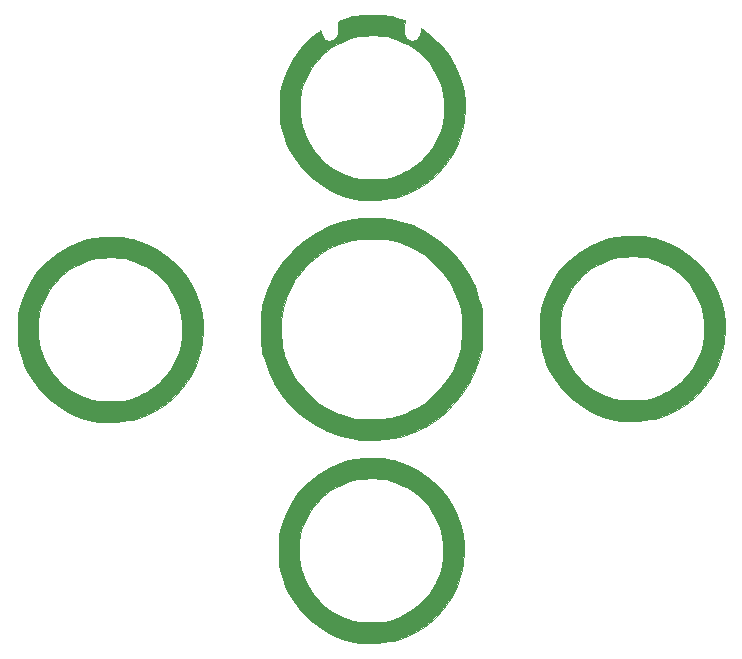
<source format=gbr>
G04 #@! TF.GenerationSoftware,KiCad,Pcbnew,(5.0.1-3-g963ef8bb5)*
G04 #@! TF.CreationDate,2018-12-04T11:01:34+00:00*
G04 #@! TF.ProjectId,invitation,696E7669746174696F6E2E6B69636164,rev?*
G04 #@! TF.SameCoordinates,Original*
G04 #@! TF.FileFunction,Legend,Top*
G04 #@! TF.FilePolarity,Positive*
%FSLAX46Y46*%
G04 Gerber Fmt 4.6, Leading zero omitted, Abs format (unit mm)*
G04 Created by KiCad (PCBNEW (5.0.1-3-g963ef8bb5)) date Tuesday, 04 December 2018 at 11:01:34*
%MOMM*%
%LPD*%
G01*
G04 APERTURE LIST*
%ADD10C,0.010000*%
G04 APERTURE END LIST*
D10*
G04 #@! TO.C,G\002A\002A\002A*
G36*
X162437000Y-73215082D02*
X162980605Y-73222205D01*
X163400328Y-73240313D01*
X163741503Y-73274162D01*
X164049466Y-73328506D01*
X164369552Y-73408101D01*
X164425513Y-73423664D01*
X165144027Y-73625666D01*
X165117372Y-74261971D01*
X165110335Y-74610067D01*
X165130521Y-74840150D01*
X165186601Y-75002520D01*
X165265352Y-75120290D01*
X165519182Y-75335011D01*
X165800358Y-75406110D01*
X166076121Y-75348273D01*
X166313711Y-75176185D01*
X166480368Y-74904529D01*
X166543333Y-74547992D01*
X166543333Y-74337198D01*
X166945500Y-74610917D01*
X167325239Y-74905990D01*
X167754249Y-75297843D01*
X168188819Y-75741737D01*
X168585234Y-76192933D01*
X168899782Y-76606693D01*
X168909491Y-76621013D01*
X169445903Y-77551692D01*
X169867455Y-78570662D01*
X170024855Y-79086709D01*
X170150061Y-79725788D01*
X170219037Y-80466013D01*
X170231785Y-81248808D01*
X170188304Y-82015594D01*
X170088593Y-82707794D01*
X170024855Y-82981290D01*
X169645087Y-84078866D01*
X169125244Y-85092712D01*
X168476367Y-86011798D01*
X167709499Y-86825096D01*
X166835679Y-87521578D01*
X165865950Y-88090217D01*
X164811353Y-88519983D01*
X164341957Y-88657413D01*
X163933423Y-88739815D01*
X163424346Y-88807336D01*
X162865846Y-88856656D01*
X162309041Y-88884455D01*
X161805051Y-88887413D01*
X161404994Y-88862211D01*
X161336333Y-88852611D01*
X160186404Y-88587156D01*
X159111272Y-88176009D01*
X158121437Y-87628550D01*
X157227394Y-86954156D01*
X156439641Y-86162205D01*
X155768675Y-85262077D01*
X155224995Y-84263149D01*
X154819096Y-83174799D01*
X154764478Y-82981290D01*
X154681314Y-82640809D01*
X154625090Y-82316570D01*
X154591062Y-81960926D01*
X154574484Y-81526233D01*
X154570564Y-81034000D01*
X154570564Y-81033999D01*
X156298666Y-81033999D01*
X156311168Y-81653629D01*
X156356941Y-82160782D01*
X156448386Y-82611024D01*
X156597903Y-83059921D01*
X156817895Y-83563037D01*
X156902254Y-83738523D01*
X157117318Y-84160454D01*
X157314852Y-84491404D01*
X157534126Y-84785872D01*
X157814411Y-85098358D01*
X158069801Y-85358864D01*
X158427501Y-85705541D01*
X158728920Y-85963686D01*
X159028746Y-86172676D01*
X159381664Y-86371889D01*
X159695685Y-86529588D01*
X160089979Y-86712641D01*
X160469203Y-86872055D01*
X160785151Y-86988468D01*
X160960875Y-87037804D01*
X161282021Y-87078789D01*
X161720248Y-87105409D01*
X162223906Y-87117550D01*
X162741344Y-87115101D01*
X163220911Y-87097949D01*
X163610958Y-87065981D01*
X163758943Y-87043903D01*
X164025349Y-86970049D01*
X164388465Y-86837801D01*
X164795175Y-86667669D01*
X165099190Y-86526411D01*
X165521120Y-86311348D01*
X165852070Y-86113814D01*
X166146539Y-85894540D01*
X166459025Y-85614255D01*
X166719531Y-85358864D01*
X167066387Y-85000954D01*
X167324563Y-84699462D01*
X167533329Y-84399889D01*
X167731954Y-84047736D01*
X167887078Y-83738523D01*
X168131410Y-83207346D01*
X168301428Y-82747597D01*
X168409532Y-82303711D01*
X168468124Y-81820123D01*
X168489604Y-81241267D01*
X168490666Y-81034000D01*
X168478164Y-80414370D01*
X168432392Y-79907217D01*
X168340947Y-79456975D01*
X168191429Y-79008078D01*
X167971437Y-78504962D01*
X167887078Y-78329476D01*
X167672015Y-77907545D01*
X167474481Y-77576595D01*
X167255206Y-77282127D01*
X166974921Y-76969641D01*
X166719531Y-76709135D01*
X166361621Y-76362279D01*
X166060129Y-76104103D01*
X165760556Y-75895337D01*
X165408402Y-75696712D01*
X165099190Y-75541588D01*
X164568012Y-75297256D01*
X164108264Y-75127238D01*
X163664378Y-75019134D01*
X163180790Y-74960542D01*
X162601933Y-74939062D01*
X162394666Y-74937999D01*
X161775036Y-74950501D01*
X161267883Y-74996274D01*
X160817642Y-75087719D01*
X160368745Y-75237237D01*
X159865628Y-75457228D01*
X159690143Y-75541588D01*
X159268212Y-75756651D01*
X158937262Y-75954185D01*
X158642794Y-76173459D01*
X158330308Y-76453744D01*
X158069801Y-76709135D01*
X157722945Y-77067045D01*
X157464769Y-77368537D01*
X157256004Y-77668110D01*
X157057378Y-78020263D01*
X156902254Y-78329476D01*
X156657922Y-78860653D01*
X156487904Y-79320402D01*
X156379800Y-79764288D01*
X156321209Y-80247876D01*
X156299728Y-80826732D01*
X156298666Y-81033999D01*
X154570564Y-81033999D01*
X154575595Y-80488816D01*
X154593853Y-80065108D01*
X154630082Y-79715230D01*
X154689026Y-79391535D01*
X154764478Y-79086709D01*
X155148081Y-77974675D01*
X155674162Y-76948896D01*
X156337064Y-76018243D01*
X157131133Y-75191587D01*
X157390255Y-74968353D01*
X157648008Y-74761132D01*
X157856407Y-74603586D01*
X157981382Y-74521103D01*
X157999051Y-74514666D01*
X158051426Y-74588590D01*
X158105244Y-74770856D01*
X158114171Y-74815038D01*
X158232189Y-75100136D01*
X158441094Y-75282554D01*
X158757192Y-75402199D01*
X159051244Y-75354538D01*
X159327931Y-75138797D01*
X159330826Y-75135565D01*
X159436343Y-74994046D01*
X159492749Y-74834044D01*
X159511664Y-74602192D01*
X159507459Y-74324378D01*
X159499659Y-74043777D01*
X159515564Y-73850473D01*
X159581737Y-73718459D01*
X159724741Y-73621727D01*
X159971139Y-73534268D01*
X160347495Y-73430075D01*
X160448751Y-73402762D01*
X160772858Y-73322436D01*
X161076110Y-73267719D01*
X161403667Y-73234348D01*
X161800692Y-73218059D01*
X162312346Y-73214589D01*
X162437000Y-73215082D01*
X162437000Y-73215082D01*
G37*
X162437000Y-73215082D02*
X162980605Y-73222205D01*
X163400328Y-73240313D01*
X163741503Y-73274162D01*
X164049466Y-73328506D01*
X164369552Y-73408101D01*
X164425513Y-73423664D01*
X165144027Y-73625666D01*
X165117372Y-74261971D01*
X165110335Y-74610067D01*
X165130521Y-74840150D01*
X165186601Y-75002520D01*
X165265352Y-75120290D01*
X165519182Y-75335011D01*
X165800358Y-75406110D01*
X166076121Y-75348273D01*
X166313711Y-75176185D01*
X166480368Y-74904529D01*
X166543333Y-74547992D01*
X166543333Y-74337198D01*
X166945500Y-74610917D01*
X167325239Y-74905990D01*
X167754249Y-75297843D01*
X168188819Y-75741737D01*
X168585234Y-76192933D01*
X168899782Y-76606693D01*
X168909491Y-76621013D01*
X169445903Y-77551692D01*
X169867455Y-78570662D01*
X170024855Y-79086709D01*
X170150061Y-79725788D01*
X170219037Y-80466013D01*
X170231785Y-81248808D01*
X170188304Y-82015594D01*
X170088593Y-82707794D01*
X170024855Y-82981290D01*
X169645087Y-84078866D01*
X169125244Y-85092712D01*
X168476367Y-86011798D01*
X167709499Y-86825096D01*
X166835679Y-87521578D01*
X165865950Y-88090217D01*
X164811353Y-88519983D01*
X164341957Y-88657413D01*
X163933423Y-88739815D01*
X163424346Y-88807336D01*
X162865846Y-88856656D01*
X162309041Y-88884455D01*
X161805051Y-88887413D01*
X161404994Y-88862211D01*
X161336333Y-88852611D01*
X160186404Y-88587156D01*
X159111272Y-88176009D01*
X158121437Y-87628550D01*
X157227394Y-86954156D01*
X156439641Y-86162205D01*
X155768675Y-85262077D01*
X155224995Y-84263149D01*
X154819096Y-83174799D01*
X154764478Y-82981290D01*
X154681314Y-82640809D01*
X154625090Y-82316570D01*
X154591062Y-81960926D01*
X154574484Y-81526233D01*
X154570564Y-81034000D01*
X154570564Y-81033999D01*
X156298666Y-81033999D01*
X156311168Y-81653629D01*
X156356941Y-82160782D01*
X156448386Y-82611024D01*
X156597903Y-83059921D01*
X156817895Y-83563037D01*
X156902254Y-83738523D01*
X157117318Y-84160454D01*
X157314852Y-84491404D01*
X157534126Y-84785872D01*
X157814411Y-85098358D01*
X158069801Y-85358864D01*
X158427501Y-85705541D01*
X158728920Y-85963686D01*
X159028746Y-86172676D01*
X159381664Y-86371889D01*
X159695685Y-86529588D01*
X160089979Y-86712641D01*
X160469203Y-86872055D01*
X160785151Y-86988468D01*
X160960875Y-87037804D01*
X161282021Y-87078789D01*
X161720248Y-87105409D01*
X162223906Y-87117550D01*
X162741344Y-87115101D01*
X163220911Y-87097949D01*
X163610958Y-87065981D01*
X163758943Y-87043903D01*
X164025349Y-86970049D01*
X164388465Y-86837801D01*
X164795175Y-86667669D01*
X165099190Y-86526411D01*
X165521120Y-86311348D01*
X165852070Y-86113814D01*
X166146539Y-85894540D01*
X166459025Y-85614255D01*
X166719531Y-85358864D01*
X167066387Y-85000954D01*
X167324563Y-84699462D01*
X167533329Y-84399889D01*
X167731954Y-84047736D01*
X167887078Y-83738523D01*
X168131410Y-83207346D01*
X168301428Y-82747597D01*
X168409532Y-82303711D01*
X168468124Y-81820123D01*
X168489604Y-81241267D01*
X168490666Y-81034000D01*
X168478164Y-80414370D01*
X168432392Y-79907217D01*
X168340947Y-79456975D01*
X168191429Y-79008078D01*
X167971437Y-78504962D01*
X167887078Y-78329476D01*
X167672015Y-77907545D01*
X167474481Y-77576595D01*
X167255206Y-77282127D01*
X166974921Y-76969641D01*
X166719531Y-76709135D01*
X166361621Y-76362279D01*
X166060129Y-76104103D01*
X165760556Y-75895337D01*
X165408402Y-75696712D01*
X165099190Y-75541588D01*
X164568012Y-75297256D01*
X164108264Y-75127238D01*
X163664378Y-75019134D01*
X163180790Y-74960542D01*
X162601933Y-74939062D01*
X162394666Y-74937999D01*
X161775036Y-74950501D01*
X161267883Y-74996274D01*
X160817642Y-75087719D01*
X160368745Y-75237237D01*
X159865628Y-75457228D01*
X159690143Y-75541588D01*
X159268212Y-75756651D01*
X158937262Y-75954185D01*
X158642794Y-76173459D01*
X158330308Y-76453744D01*
X158069801Y-76709135D01*
X157722945Y-77067045D01*
X157464769Y-77368537D01*
X157256004Y-77668110D01*
X157057378Y-78020263D01*
X156902254Y-78329476D01*
X156657922Y-78860653D01*
X156487904Y-79320402D01*
X156379800Y-79764288D01*
X156321209Y-80247876D01*
X156299728Y-80826732D01*
X156298666Y-81033999D01*
X154570564Y-81033999D01*
X154575595Y-80488816D01*
X154593853Y-80065108D01*
X154630082Y-79715230D01*
X154689026Y-79391535D01*
X154764478Y-79086709D01*
X155148081Y-77974675D01*
X155674162Y-76948896D01*
X156337064Y-76018243D01*
X157131133Y-75191587D01*
X157390255Y-74968353D01*
X157648008Y-74761132D01*
X157856407Y-74603586D01*
X157981382Y-74521103D01*
X157999051Y-74514666D01*
X158051426Y-74588590D01*
X158105244Y-74770856D01*
X158114171Y-74815038D01*
X158232189Y-75100136D01*
X158441094Y-75282554D01*
X158757192Y-75402199D01*
X159051244Y-75354538D01*
X159327931Y-75138797D01*
X159330826Y-75135565D01*
X159436343Y-74994046D01*
X159492749Y-74834044D01*
X159511664Y-74602192D01*
X159507459Y-74324378D01*
X159499659Y-74043777D01*
X159515564Y-73850473D01*
X159581737Y-73718459D01*
X159724741Y-73621727D01*
X159971139Y-73534268D01*
X160347495Y-73430075D01*
X160448751Y-73402762D01*
X160772858Y-73322436D01*
X161076110Y-73267719D01*
X161403667Y-73234348D01*
X161800692Y-73218059D01*
X162312346Y-73214589D01*
X162437000Y-73215082D01*
G36*
X185389594Y-91951695D02*
X186081794Y-92051406D01*
X186355290Y-92115144D01*
X187460838Y-92497655D01*
X188479722Y-93021085D01*
X189401809Y-93675300D01*
X190216964Y-94450168D01*
X190915055Y-95335554D01*
X191485948Y-96321326D01*
X191919510Y-97397350D01*
X192038188Y-97798042D01*
X192163394Y-98437121D01*
X192232371Y-99177347D01*
X192245118Y-99960142D01*
X192201637Y-100726928D01*
X192101927Y-101419127D01*
X192038188Y-101692623D01*
X191658420Y-102790200D01*
X191138577Y-103804045D01*
X190489701Y-104723131D01*
X189722832Y-105536429D01*
X188849012Y-106232912D01*
X187879283Y-106801550D01*
X186824686Y-107231317D01*
X186355290Y-107368747D01*
X185946756Y-107451148D01*
X185437679Y-107518669D01*
X184879179Y-107567989D01*
X184322374Y-107595788D01*
X183818384Y-107598747D01*
X183418328Y-107573545D01*
X183349666Y-107563944D01*
X182199737Y-107298489D01*
X181124606Y-106887342D01*
X180134770Y-106339883D01*
X179240727Y-105665489D01*
X178452974Y-104873538D01*
X177782009Y-103973410D01*
X177238328Y-102974482D01*
X176832429Y-101886133D01*
X176777811Y-101692623D01*
X176652605Y-101053545D01*
X176583628Y-100313319D01*
X176574379Y-99745333D01*
X178312000Y-99745333D01*
X178324501Y-100364963D01*
X178370274Y-100872116D01*
X178461719Y-101322357D01*
X178611237Y-101771254D01*
X178831228Y-102274371D01*
X178915588Y-102449856D01*
X179130651Y-102871787D01*
X179328185Y-103202737D01*
X179547459Y-103497205D01*
X179827744Y-103809691D01*
X180083135Y-104070198D01*
X180440834Y-104416874D01*
X180742254Y-104675019D01*
X181042079Y-104884010D01*
X181394997Y-105083222D01*
X181709018Y-105240922D01*
X182103312Y-105423974D01*
X182482536Y-105583389D01*
X182798484Y-105699801D01*
X182974209Y-105749137D01*
X183295354Y-105790123D01*
X183733581Y-105816742D01*
X184237239Y-105828884D01*
X184754677Y-105826435D01*
X185234245Y-105809282D01*
X185624291Y-105777314D01*
X185772277Y-105755237D01*
X186038682Y-105681382D01*
X186401798Y-105549134D01*
X186808508Y-105379002D01*
X187112523Y-105237745D01*
X187534454Y-105022681D01*
X187865404Y-104825147D01*
X188159872Y-104605873D01*
X188472358Y-104325588D01*
X188732864Y-104070198D01*
X189079720Y-103712287D01*
X189337896Y-103410795D01*
X189546662Y-103111222D01*
X189745287Y-102759069D01*
X189900411Y-102449856D01*
X190144743Y-101918679D01*
X190314761Y-101458930D01*
X190422865Y-101015045D01*
X190481457Y-100531456D01*
X190502937Y-99952600D01*
X190504000Y-99745333D01*
X190491498Y-99125703D01*
X190445725Y-98618550D01*
X190354280Y-98168308D01*
X190204762Y-97719412D01*
X189984771Y-97216295D01*
X189900411Y-97040809D01*
X189685348Y-96618879D01*
X189487814Y-96287929D01*
X189268540Y-95993460D01*
X188988255Y-95680974D01*
X188732864Y-95420468D01*
X188374954Y-95073612D01*
X188073462Y-94815436D01*
X187773889Y-94606670D01*
X187421736Y-94408045D01*
X187112523Y-94252921D01*
X186581346Y-94008589D01*
X186121597Y-93838571D01*
X185677711Y-93730467D01*
X185194123Y-93671875D01*
X184615267Y-93650395D01*
X184408000Y-93649333D01*
X183788370Y-93661835D01*
X183281217Y-93707607D01*
X182830975Y-93799052D01*
X182382078Y-93948570D01*
X181878962Y-94168562D01*
X181703476Y-94252921D01*
X181281545Y-94467984D01*
X180950595Y-94665518D01*
X180656127Y-94884793D01*
X180343641Y-95165078D01*
X180083135Y-95420468D01*
X179736279Y-95778378D01*
X179478103Y-96079870D01*
X179269337Y-96379443D01*
X179070712Y-96731597D01*
X178915588Y-97040809D01*
X178671256Y-97571987D01*
X178501238Y-98031735D01*
X178393134Y-98475621D01*
X178334542Y-98959209D01*
X178313062Y-99538066D01*
X178312000Y-99745333D01*
X176574379Y-99745333D01*
X176570881Y-99530524D01*
X176614362Y-98763738D01*
X176714072Y-98071538D01*
X176777811Y-97798042D01*
X177160322Y-96692494D01*
X177683752Y-95673610D01*
X178337967Y-94751523D01*
X179112835Y-93936368D01*
X179998221Y-93238277D01*
X180983993Y-92667384D01*
X182060016Y-92233822D01*
X182460709Y-92115144D01*
X183099788Y-91989938D01*
X183840013Y-91920962D01*
X184622808Y-91908214D01*
X185389594Y-91951695D01*
X185389594Y-91951695D01*
G37*
X185389594Y-91951695D02*
X186081794Y-92051406D01*
X186355290Y-92115144D01*
X187460838Y-92497655D01*
X188479722Y-93021085D01*
X189401809Y-93675300D01*
X190216964Y-94450168D01*
X190915055Y-95335554D01*
X191485948Y-96321326D01*
X191919510Y-97397350D01*
X192038188Y-97798042D01*
X192163394Y-98437121D01*
X192232371Y-99177347D01*
X192245118Y-99960142D01*
X192201637Y-100726928D01*
X192101927Y-101419127D01*
X192038188Y-101692623D01*
X191658420Y-102790200D01*
X191138577Y-103804045D01*
X190489701Y-104723131D01*
X189722832Y-105536429D01*
X188849012Y-106232912D01*
X187879283Y-106801550D01*
X186824686Y-107231317D01*
X186355290Y-107368747D01*
X185946756Y-107451148D01*
X185437679Y-107518669D01*
X184879179Y-107567989D01*
X184322374Y-107595788D01*
X183818384Y-107598747D01*
X183418328Y-107573545D01*
X183349666Y-107563944D01*
X182199737Y-107298489D01*
X181124606Y-106887342D01*
X180134770Y-106339883D01*
X179240727Y-105665489D01*
X178452974Y-104873538D01*
X177782009Y-103973410D01*
X177238328Y-102974482D01*
X176832429Y-101886133D01*
X176777811Y-101692623D01*
X176652605Y-101053545D01*
X176583628Y-100313319D01*
X176574379Y-99745333D01*
X178312000Y-99745333D01*
X178324501Y-100364963D01*
X178370274Y-100872116D01*
X178461719Y-101322357D01*
X178611237Y-101771254D01*
X178831228Y-102274371D01*
X178915588Y-102449856D01*
X179130651Y-102871787D01*
X179328185Y-103202737D01*
X179547459Y-103497205D01*
X179827744Y-103809691D01*
X180083135Y-104070198D01*
X180440834Y-104416874D01*
X180742254Y-104675019D01*
X181042079Y-104884010D01*
X181394997Y-105083222D01*
X181709018Y-105240922D01*
X182103312Y-105423974D01*
X182482536Y-105583389D01*
X182798484Y-105699801D01*
X182974209Y-105749137D01*
X183295354Y-105790123D01*
X183733581Y-105816742D01*
X184237239Y-105828884D01*
X184754677Y-105826435D01*
X185234245Y-105809282D01*
X185624291Y-105777314D01*
X185772277Y-105755237D01*
X186038682Y-105681382D01*
X186401798Y-105549134D01*
X186808508Y-105379002D01*
X187112523Y-105237745D01*
X187534454Y-105022681D01*
X187865404Y-104825147D01*
X188159872Y-104605873D01*
X188472358Y-104325588D01*
X188732864Y-104070198D01*
X189079720Y-103712287D01*
X189337896Y-103410795D01*
X189546662Y-103111222D01*
X189745287Y-102759069D01*
X189900411Y-102449856D01*
X190144743Y-101918679D01*
X190314761Y-101458930D01*
X190422865Y-101015045D01*
X190481457Y-100531456D01*
X190502937Y-99952600D01*
X190504000Y-99745333D01*
X190491498Y-99125703D01*
X190445725Y-98618550D01*
X190354280Y-98168308D01*
X190204762Y-97719412D01*
X189984771Y-97216295D01*
X189900411Y-97040809D01*
X189685348Y-96618879D01*
X189487814Y-96287929D01*
X189268540Y-95993460D01*
X188988255Y-95680974D01*
X188732864Y-95420468D01*
X188374954Y-95073612D01*
X188073462Y-94815436D01*
X187773889Y-94606670D01*
X187421736Y-94408045D01*
X187112523Y-94252921D01*
X186581346Y-94008589D01*
X186121597Y-93838571D01*
X185677711Y-93730467D01*
X185194123Y-93671875D01*
X184615267Y-93650395D01*
X184408000Y-93649333D01*
X183788370Y-93661835D01*
X183281217Y-93707607D01*
X182830975Y-93799052D01*
X182382078Y-93948570D01*
X181878962Y-94168562D01*
X181703476Y-94252921D01*
X181281545Y-94467984D01*
X180950595Y-94665518D01*
X180656127Y-94884793D01*
X180343641Y-95165078D01*
X180083135Y-95420468D01*
X179736279Y-95778378D01*
X179478103Y-96079870D01*
X179269337Y-96379443D01*
X179070712Y-96731597D01*
X178915588Y-97040809D01*
X178671256Y-97571987D01*
X178501238Y-98031735D01*
X178393134Y-98475621D01*
X178334542Y-98959209D01*
X178313062Y-99538066D01*
X178312000Y-99745333D01*
X176574379Y-99745333D01*
X176570881Y-99530524D01*
X176614362Y-98763738D01*
X176714072Y-98071538D01*
X176777811Y-97798042D01*
X177160322Y-96692494D01*
X177683752Y-95673610D01*
X178337967Y-94751523D01*
X179112835Y-93936368D01*
X179998221Y-93238277D01*
X180983993Y-92667384D01*
X182060016Y-92233822D01*
X182460709Y-92115144D01*
X183099788Y-91989938D01*
X183840013Y-91920962D01*
X184622808Y-91908214D01*
X185389594Y-91951695D01*
G36*
X141193594Y-92036362D02*
X141885794Y-92136072D01*
X142159290Y-92199811D01*
X143264838Y-92582322D01*
X144283722Y-93105752D01*
X145205809Y-93759967D01*
X146020964Y-94534835D01*
X146719055Y-95420221D01*
X147289948Y-96405993D01*
X147723510Y-97482016D01*
X147842188Y-97882709D01*
X147967394Y-98521788D01*
X148036371Y-99262013D01*
X148049118Y-100044808D01*
X148005637Y-100811594D01*
X147905927Y-101503794D01*
X147842188Y-101777290D01*
X147462420Y-102874866D01*
X146942577Y-103888712D01*
X146293701Y-104807798D01*
X145526832Y-105621096D01*
X144653012Y-106317578D01*
X143683283Y-106886217D01*
X142628686Y-107315983D01*
X142159290Y-107453413D01*
X141750756Y-107535815D01*
X141241679Y-107603336D01*
X140683179Y-107652656D01*
X140126374Y-107680455D01*
X139622384Y-107683413D01*
X139222328Y-107658211D01*
X139153666Y-107648611D01*
X138003737Y-107383156D01*
X136928606Y-106972009D01*
X135938770Y-106424550D01*
X135044727Y-105750156D01*
X134256974Y-104958205D01*
X133586009Y-104058077D01*
X133042328Y-103059149D01*
X132636429Y-101970799D01*
X132581811Y-101777290D01*
X132498647Y-101436809D01*
X132442423Y-101112570D01*
X132408395Y-100756926D01*
X132391818Y-100322233D01*
X132387897Y-99830000D01*
X132387897Y-99829999D01*
X134116000Y-99829999D01*
X134128501Y-100449629D01*
X134174274Y-100956782D01*
X134265719Y-101407024D01*
X134415237Y-101855921D01*
X134635228Y-102359037D01*
X134719588Y-102534523D01*
X134934651Y-102956454D01*
X135132185Y-103287404D01*
X135351459Y-103581872D01*
X135631744Y-103894358D01*
X135887135Y-104154864D01*
X136244834Y-104501541D01*
X136546254Y-104759686D01*
X136846079Y-104968676D01*
X137198997Y-105167889D01*
X137513018Y-105325588D01*
X137907312Y-105508641D01*
X138286536Y-105668055D01*
X138602484Y-105784468D01*
X138778209Y-105833804D01*
X139099354Y-105874789D01*
X139537581Y-105901409D01*
X140041239Y-105913550D01*
X140558677Y-105911101D01*
X141038245Y-105893949D01*
X141428291Y-105861981D01*
X141576277Y-105839903D01*
X141842682Y-105766049D01*
X142205798Y-105633801D01*
X142612508Y-105463669D01*
X142916523Y-105322411D01*
X143338454Y-105107348D01*
X143669404Y-104909814D01*
X143963872Y-104690540D01*
X144276358Y-104410255D01*
X144536864Y-104154864D01*
X144883720Y-103796954D01*
X145141896Y-103495462D01*
X145350662Y-103195889D01*
X145549287Y-102843736D01*
X145704411Y-102534523D01*
X145948743Y-102003346D01*
X146118761Y-101543597D01*
X146226865Y-101099711D01*
X146285457Y-100616123D01*
X146306937Y-100037267D01*
X146308000Y-99830000D01*
X146295498Y-99210370D01*
X146249725Y-98703217D01*
X146158280Y-98252975D01*
X146008762Y-97804078D01*
X145788771Y-97300962D01*
X145704411Y-97125476D01*
X145489348Y-96703545D01*
X145291814Y-96372595D01*
X145072540Y-96078127D01*
X144792255Y-95765641D01*
X144536864Y-95505135D01*
X144178954Y-95158279D01*
X143877462Y-94900103D01*
X143577889Y-94691337D01*
X143225736Y-94492712D01*
X142916523Y-94337588D01*
X142385346Y-94093256D01*
X141925597Y-93923238D01*
X141481711Y-93815134D01*
X140998123Y-93756542D01*
X140419267Y-93735062D01*
X140212000Y-93733999D01*
X139592370Y-93746501D01*
X139085217Y-93792274D01*
X138634975Y-93883719D01*
X138186078Y-94033237D01*
X137682962Y-94253228D01*
X137507476Y-94337588D01*
X137085545Y-94552651D01*
X136754595Y-94750185D01*
X136460127Y-94969459D01*
X136147641Y-95249744D01*
X135887135Y-95505135D01*
X135540279Y-95863045D01*
X135282103Y-96164537D01*
X135073337Y-96464110D01*
X134874712Y-96816263D01*
X134719588Y-97125476D01*
X134475256Y-97656653D01*
X134305238Y-98116402D01*
X134197134Y-98560288D01*
X134138542Y-99043876D01*
X134117062Y-99622732D01*
X134116000Y-99829999D01*
X132387897Y-99829999D01*
X132392929Y-99284816D01*
X132411186Y-98861108D01*
X132447415Y-98511230D01*
X132506359Y-98187535D01*
X132581811Y-97882709D01*
X132964322Y-96777161D01*
X133487752Y-95758277D01*
X134141967Y-94836190D01*
X134916835Y-94021035D01*
X135802221Y-93322944D01*
X136787993Y-92752051D01*
X137864016Y-92318489D01*
X138264709Y-92199811D01*
X138903788Y-92074605D01*
X139644013Y-92005628D01*
X140426808Y-91992881D01*
X141193594Y-92036362D01*
X141193594Y-92036362D01*
G37*
X141193594Y-92036362D02*
X141885794Y-92136072D01*
X142159290Y-92199811D01*
X143264838Y-92582322D01*
X144283722Y-93105752D01*
X145205809Y-93759967D01*
X146020964Y-94534835D01*
X146719055Y-95420221D01*
X147289948Y-96405993D01*
X147723510Y-97482016D01*
X147842188Y-97882709D01*
X147967394Y-98521788D01*
X148036371Y-99262013D01*
X148049118Y-100044808D01*
X148005637Y-100811594D01*
X147905927Y-101503794D01*
X147842188Y-101777290D01*
X147462420Y-102874866D01*
X146942577Y-103888712D01*
X146293701Y-104807798D01*
X145526832Y-105621096D01*
X144653012Y-106317578D01*
X143683283Y-106886217D01*
X142628686Y-107315983D01*
X142159290Y-107453413D01*
X141750756Y-107535815D01*
X141241679Y-107603336D01*
X140683179Y-107652656D01*
X140126374Y-107680455D01*
X139622384Y-107683413D01*
X139222328Y-107658211D01*
X139153666Y-107648611D01*
X138003737Y-107383156D01*
X136928606Y-106972009D01*
X135938770Y-106424550D01*
X135044727Y-105750156D01*
X134256974Y-104958205D01*
X133586009Y-104058077D01*
X133042328Y-103059149D01*
X132636429Y-101970799D01*
X132581811Y-101777290D01*
X132498647Y-101436809D01*
X132442423Y-101112570D01*
X132408395Y-100756926D01*
X132391818Y-100322233D01*
X132387897Y-99830000D01*
X132387897Y-99829999D01*
X134116000Y-99829999D01*
X134128501Y-100449629D01*
X134174274Y-100956782D01*
X134265719Y-101407024D01*
X134415237Y-101855921D01*
X134635228Y-102359037D01*
X134719588Y-102534523D01*
X134934651Y-102956454D01*
X135132185Y-103287404D01*
X135351459Y-103581872D01*
X135631744Y-103894358D01*
X135887135Y-104154864D01*
X136244834Y-104501541D01*
X136546254Y-104759686D01*
X136846079Y-104968676D01*
X137198997Y-105167889D01*
X137513018Y-105325588D01*
X137907312Y-105508641D01*
X138286536Y-105668055D01*
X138602484Y-105784468D01*
X138778209Y-105833804D01*
X139099354Y-105874789D01*
X139537581Y-105901409D01*
X140041239Y-105913550D01*
X140558677Y-105911101D01*
X141038245Y-105893949D01*
X141428291Y-105861981D01*
X141576277Y-105839903D01*
X141842682Y-105766049D01*
X142205798Y-105633801D01*
X142612508Y-105463669D01*
X142916523Y-105322411D01*
X143338454Y-105107348D01*
X143669404Y-104909814D01*
X143963872Y-104690540D01*
X144276358Y-104410255D01*
X144536864Y-104154864D01*
X144883720Y-103796954D01*
X145141896Y-103495462D01*
X145350662Y-103195889D01*
X145549287Y-102843736D01*
X145704411Y-102534523D01*
X145948743Y-102003346D01*
X146118761Y-101543597D01*
X146226865Y-101099711D01*
X146285457Y-100616123D01*
X146306937Y-100037267D01*
X146308000Y-99830000D01*
X146295498Y-99210370D01*
X146249725Y-98703217D01*
X146158280Y-98252975D01*
X146008762Y-97804078D01*
X145788771Y-97300962D01*
X145704411Y-97125476D01*
X145489348Y-96703545D01*
X145291814Y-96372595D01*
X145072540Y-96078127D01*
X144792255Y-95765641D01*
X144536864Y-95505135D01*
X144178954Y-95158279D01*
X143877462Y-94900103D01*
X143577889Y-94691337D01*
X143225736Y-94492712D01*
X142916523Y-94337588D01*
X142385346Y-94093256D01*
X141925597Y-93923238D01*
X141481711Y-93815134D01*
X140998123Y-93756542D01*
X140419267Y-93735062D01*
X140212000Y-93733999D01*
X139592370Y-93746501D01*
X139085217Y-93792274D01*
X138634975Y-93883719D01*
X138186078Y-94033237D01*
X137682962Y-94253228D01*
X137507476Y-94337588D01*
X137085545Y-94552651D01*
X136754595Y-94750185D01*
X136460127Y-94969459D01*
X136147641Y-95249744D01*
X135887135Y-95505135D01*
X135540279Y-95863045D01*
X135282103Y-96164537D01*
X135073337Y-96464110D01*
X134874712Y-96816263D01*
X134719588Y-97125476D01*
X134475256Y-97656653D01*
X134305238Y-98116402D01*
X134197134Y-98560288D01*
X134138542Y-99043876D01*
X134117062Y-99622732D01*
X134116000Y-99829999D01*
X132387897Y-99829999D01*
X132392929Y-99284816D01*
X132411186Y-98861108D01*
X132447415Y-98511230D01*
X132506359Y-98187535D01*
X132581811Y-97882709D01*
X132964322Y-96777161D01*
X133487752Y-95758277D01*
X134141967Y-94836190D01*
X134916835Y-94021035D01*
X135802221Y-93322944D01*
X136787993Y-92752051D01*
X137864016Y-92318489D01*
X138264709Y-92199811D01*
X138903788Y-92074605D01*
X139644013Y-92005628D01*
X140426808Y-91992881D01*
X141193594Y-92036362D01*
G36*
X162910594Y-90406870D02*
X163340460Y-90417530D01*
X163682823Y-90440116D01*
X163978574Y-90478568D01*
X164268602Y-90536830D01*
X164593800Y-90618843D01*
X164602245Y-90621101D01*
X165825399Y-91024887D01*
X166941632Y-91555625D01*
X167963944Y-92220718D01*
X168905339Y-93027568D01*
X169009610Y-93130389D01*
X169833336Y-94063263D01*
X170514449Y-95075550D01*
X171060350Y-96180252D01*
X171478444Y-97390373D01*
X171518898Y-97537754D01*
X171601520Y-97864277D01*
X171660298Y-98154665D01*
X171699173Y-98449808D01*
X171722088Y-98790598D01*
X171732984Y-99217924D01*
X171735805Y-99772678D01*
X171735806Y-99787666D01*
X171733129Y-100345927D01*
X171722469Y-100775794D01*
X171699883Y-101118157D01*
X171661431Y-101413907D01*
X171603169Y-101703936D01*
X171521156Y-102029133D01*
X171518898Y-102037579D01*
X171115112Y-103260733D01*
X170584374Y-104376965D01*
X169919281Y-105399278D01*
X169112431Y-106340673D01*
X169009610Y-106444943D01*
X168051792Y-107290108D01*
X167023249Y-107981531D01*
X165926183Y-108518260D01*
X164762796Y-108899348D01*
X163535291Y-109123844D01*
X162648666Y-109187045D01*
X162171402Y-109193272D01*
X161704426Y-109186821D01*
X161299734Y-109169172D01*
X161009317Y-109141804D01*
X160997666Y-109140042D01*
X159765920Y-108863649D01*
X158586850Y-108429746D01*
X157475287Y-107845875D01*
X156446064Y-107119576D01*
X155695056Y-106444172D01*
X154871917Y-105512730D01*
X154191071Y-104501386D01*
X153645188Y-103397268D01*
X153226938Y-102187505D01*
X153185768Y-102037579D01*
X153103145Y-101711055D01*
X153044368Y-101420667D01*
X153005493Y-101125524D01*
X152982578Y-100784735D01*
X152971681Y-100357408D01*
X152968861Y-99802654D01*
X152968860Y-99787666D01*
X152969253Y-99705512D01*
X154695799Y-99705512D01*
X154704792Y-100323067D01*
X154738210Y-100894170D01*
X154796053Y-101365320D01*
X154815370Y-101466155D01*
X154960332Y-101990682D01*
X155181391Y-102592193D01*
X155454187Y-103211357D01*
X155754356Y-103788843D01*
X155805015Y-103876330D01*
X156020894Y-104184724D01*
X156337161Y-104562984D01*
X156720183Y-104977477D01*
X157136328Y-105394571D01*
X157551963Y-105780632D01*
X157933455Y-106102028D01*
X158247171Y-106325126D01*
X158263669Y-106334984D01*
X158784654Y-106615158D01*
X159361038Y-106881161D01*
X159935665Y-107109229D01*
X160451381Y-107275600D01*
X160635578Y-107321126D01*
X161037158Y-107381357D01*
X161556206Y-107420416D01*
X162142179Y-107438253D01*
X162744533Y-107434815D01*
X163312725Y-107410049D01*
X163796212Y-107363904D01*
X164030821Y-107324629D01*
X164555349Y-107179667D01*
X165156860Y-106958608D01*
X165776023Y-106685812D01*
X166353509Y-106385643D01*
X166440997Y-106334984D01*
X166749391Y-106119105D01*
X167127650Y-105802838D01*
X167542144Y-105419816D01*
X167959237Y-105003671D01*
X168345299Y-104588036D01*
X168666695Y-104206544D01*
X168889792Y-103892828D01*
X168899650Y-103876330D01*
X169202002Y-103311474D01*
X169481014Y-102695114D01*
X169712325Y-102086580D01*
X169871574Y-101545203D01*
X169889295Y-101466155D01*
X169953577Y-101030268D01*
X169993434Y-100480322D01*
X170008867Y-99869820D01*
X169999874Y-99252266D01*
X169966456Y-98681162D01*
X169908613Y-98210013D01*
X169889295Y-98109178D01*
X169744334Y-97584650D01*
X169523274Y-96983139D01*
X169250479Y-96363976D01*
X168950310Y-95786490D01*
X168899650Y-95699002D01*
X168683772Y-95390608D01*
X168367505Y-95012349D01*
X167984482Y-94597855D01*
X167568337Y-94180762D01*
X167152702Y-93794700D01*
X166771210Y-93473304D01*
X166457494Y-93250207D01*
X166440997Y-93240349D01*
X165876141Y-92937997D01*
X165259780Y-92658985D01*
X164651246Y-92427674D01*
X164109869Y-92268425D01*
X164030821Y-92250704D01*
X163594935Y-92186422D01*
X163044988Y-92146565D01*
X162434487Y-92131132D01*
X161816932Y-92140125D01*
X161245829Y-92173543D01*
X160774679Y-92231386D01*
X160673844Y-92250704D01*
X160149317Y-92395665D01*
X159547806Y-92616725D01*
X158928642Y-92889520D01*
X158351156Y-93189689D01*
X158263669Y-93240349D01*
X157955275Y-93456227D01*
X157577015Y-93772494D01*
X157162522Y-94155517D01*
X156745428Y-94571662D01*
X156359367Y-94987297D01*
X156037971Y-95368789D01*
X155814873Y-95682505D01*
X155805015Y-95699002D01*
X155502664Y-96263858D01*
X155223652Y-96880219D01*
X154992340Y-97488753D01*
X154833092Y-98030130D01*
X154815370Y-98109178D01*
X154751088Y-98545064D01*
X154711231Y-99095011D01*
X154695799Y-99705512D01*
X152969253Y-99705512D01*
X152971537Y-99229405D01*
X152982197Y-98799539D01*
X153004782Y-98457176D01*
X153043235Y-98161425D01*
X153101496Y-97871397D01*
X153183510Y-97546199D01*
X153185768Y-97537754D01*
X153589554Y-96314600D01*
X154120292Y-95198367D01*
X154785385Y-94176055D01*
X155592235Y-93234660D01*
X155695056Y-93130389D01*
X156627929Y-92306663D01*
X157640216Y-91625550D01*
X158744919Y-91079649D01*
X159955039Y-90661555D01*
X160102420Y-90621101D01*
X160428944Y-90538479D01*
X160719332Y-90479701D01*
X161014475Y-90440826D01*
X161355264Y-90417911D01*
X161782591Y-90407015D01*
X162337345Y-90404194D01*
X162352333Y-90404193D01*
X162910594Y-90406870D01*
X162910594Y-90406870D01*
G37*
X162910594Y-90406870D02*
X163340460Y-90417530D01*
X163682823Y-90440116D01*
X163978574Y-90478568D01*
X164268602Y-90536830D01*
X164593800Y-90618843D01*
X164602245Y-90621101D01*
X165825399Y-91024887D01*
X166941632Y-91555625D01*
X167963944Y-92220718D01*
X168905339Y-93027568D01*
X169009610Y-93130389D01*
X169833336Y-94063263D01*
X170514449Y-95075550D01*
X171060350Y-96180252D01*
X171478444Y-97390373D01*
X171518898Y-97537754D01*
X171601520Y-97864277D01*
X171660298Y-98154665D01*
X171699173Y-98449808D01*
X171722088Y-98790598D01*
X171732984Y-99217924D01*
X171735805Y-99772678D01*
X171735806Y-99787666D01*
X171733129Y-100345927D01*
X171722469Y-100775794D01*
X171699883Y-101118157D01*
X171661431Y-101413907D01*
X171603169Y-101703936D01*
X171521156Y-102029133D01*
X171518898Y-102037579D01*
X171115112Y-103260733D01*
X170584374Y-104376965D01*
X169919281Y-105399278D01*
X169112431Y-106340673D01*
X169009610Y-106444943D01*
X168051792Y-107290108D01*
X167023249Y-107981531D01*
X165926183Y-108518260D01*
X164762796Y-108899348D01*
X163535291Y-109123844D01*
X162648666Y-109187045D01*
X162171402Y-109193272D01*
X161704426Y-109186821D01*
X161299734Y-109169172D01*
X161009317Y-109141804D01*
X160997666Y-109140042D01*
X159765920Y-108863649D01*
X158586850Y-108429746D01*
X157475287Y-107845875D01*
X156446064Y-107119576D01*
X155695056Y-106444172D01*
X154871917Y-105512730D01*
X154191071Y-104501386D01*
X153645188Y-103397268D01*
X153226938Y-102187505D01*
X153185768Y-102037579D01*
X153103145Y-101711055D01*
X153044368Y-101420667D01*
X153005493Y-101125524D01*
X152982578Y-100784735D01*
X152971681Y-100357408D01*
X152968861Y-99802654D01*
X152968860Y-99787666D01*
X152969253Y-99705512D01*
X154695799Y-99705512D01*
X154704792Y-100323067D01*
X154738210Y-100894170D01*
X154796053Y-101365320D01*
X154815370Y-101466155D01*
X154960332Y-101990682D01*
X155181391Y-102592193D01*
X155454187Y-103211357D01*
X155754356Y-103788843D01*
X155805015Y-103876330D01*
X156020894Y-104184724D01*
X156337161Y-104562984D01*
X156720183Y-104977477D01*
X157136328Y-105394571D01*
X157551963Y-105780632D01*
X157933455Y-106102028D01*
X158247171Y-106325126D01*
X158263669Y-106334984D01*
X158784654Y-106615158D01*
X159361038Y-106881161D01*
X159935665Y-107109229D01*
X160451381Y-107275600D01*
X160635578Y-107321126D01*
X161037158Y-107381357D01*
X161556206Y-107420416D01*
X162142179Y-107438253D01*
X162744533Y-107434815D01*
X163312725Y-107410049D01*
X163796212Y-107363904D01*
X164030821Y-107324629D01*
X164555349Y-107179667D01*
X165156860Y-106958608D01*
X165776023Y-106685812D01*
X166353509Y-106385643D01*
X166440997Y-106334984D01*
X166749391Y-106119105D01*
X167127650Y-105802838D01*
X167542144Y-105419816D01*
X167959237Y-105003671D01*
X168345299Y-104588036D01*
X168666695Y-104206544D01*
X168889792Y-103892828D01*
X168899650Y-103876330D01*
X169202002Y-103311474D01*
X169481014Y-102695114D01*
X169712325Y-102086580D01*
X169871574Y-101545203D01*
X169889295Y-101466155D01*
X169953577Y-101030268D01*
X169993434Y-100480322D01*
X170008867Y-99869820D01*
X169999874Y-99252266D01*
X169966456Y-98681162D01*
X169908613Y-98210013D01*
X169889295Y-98109178D01*
X169744334Y-97584650D01*
X169523274Y-96983139D01*
X169250479Y-96363976D01*
X168950310Y-95786490D01*
X168899650Y-95699002D01*
X168683772Y-95390608D01*
X168367505Y-95012349D01*
X167984482Y-94597855D01*
X167568337Y-94180762D01*
X167152702Y-93794700D01*
X166771210Y-93473304D01*
X166457494Y-93250207D01*
X166440997Y-93240349D01*
X165876141Y-92937997D01*
X165259780Y-92658985D01*
X164651246Y-92427674D01*
X164109869Y-92268425D01*
X164030821Y-92250704D01*
X163594935Y-92186422D01*
X163044988Y-92146565D01*
X162434487Y-92131132D01*
X161816932Y-92140125D01*
X161245829Y-92173543D01*
X160774679Y-92231386D01*
X160673844Y-92250704D01*
X160149317Y-92395665D01*
X159547806Y-92616725D01*
X158928642Y-92889520D01*
X158351156Y-93189689D01*
X158263669Y-93240349D01*
X157955275Y-93456227D01*
X157577015Y-93772494D01*
X157162522Y-94155517D01*
X156745428Y-94571662D01*
X156359367Y-94987297D01*
X156037971Y-95368789D01*
X155814873Y-95682505D01*
X155805015Y-95699002D01*
X155502664Y-96263858D01*
X155223652Y-96880219D01*
X154992340Y-97488753D01*
X154833092Y-98030130D01*
X154815370Y-98109178D01*
X154751088Y-98545064D01*
X154711231Y-99095011D01*
X154695799Y-99705512D01*
X152969253Y-99705512D01*
X152971537Y-99229405D01*
X152982197Y-98799539D01*
X153004782Y-98457176D01*
X153043235Y-98161425D01*
X153101496Y-97871397D01*
X153183510Y-97546199D01*
X153185768Y-97537754D01*
X153589554Y-96314600D01*
X154120292Y-95198367D01*
X154785385Y-94176055D01*
X155592235Y-93234660D01*
X155695056Y-93130389D01*
X156627929Y-92306663D01*
X157640216Y-91625550D01*
X158744919Y-91079649D01*
X159955039Y-90661555D01*
X160102420Y-90621101D01*
X160428944Y-90538479D01*
X160719332Y-90479701D01*
X161014475Y-90440826D01*
X161355264Y-90417911D01*
X161782591Y-90407015D01*
X162337345Y-90404194D01*
X162352333Y-90404193D01*
X162910594Y-90406870D01*
G36*
X163291594Y-110747695D02*
X163983794Y-110847406D01*
X164257290Y-110911144D01*
X165362838Y-111293655D01*
X166381722Y-111817085D01*
X167303809Y-112471300D01*
X168118964Y-113246168D01*
X168817055Y-114131554D01*
X169387948Y-115117326D01*
X169821510Y-116193350D01*
X169940188Y-116594042D01*
X170065394Y-117233121D01*
X170134371Y-117973347D01*
X170147118Y-118756142D01*
X170103637Y-119522928D01*
X170003927Y-120215127D01*
X169940188Y-120488623D01*
X169560420Y-121586200D01*
X169040577Y-122600045D01*
X168391701Y-123519131D01*
X167624832Y-124332429D01*
X166751012Y-125028912D01*
X165781283Y-125597550D01*
X164726686Y-126027317D01*
X164257290Y-126164747D01*
X163848756Y-126247148D01*
X163339679Y-126314669D01*
X162781179Y-126363989D01*
X162224374Y-126391788D01*
X161720384Y-126394747D01*
X161320328Y-126369545D01*
X161251666Y-126359944D01*
X160101737Y-126094489D01*
X159026606Y-125683342D01*
X158036770Y-125135883D01*
X157142727Y-124461489D01*
X156354974Y-123669538D01*
X155684009Y-122769410D01*
X155140328Y-121770482D01*
X154734429Y-120682133D01*
X154679811Y-120488623D01*
X154596647Y-120148143D01*
X154540423Y-119823903D01*
X154506395Y-119468260D01*
X154489818Y-119033566D01*
X154485897Y-118541333D01*
X156214000Y-118541333D01*
X156226501Y-119160963D01*
X156272274Y-119668116D01*
X156363719Y-120118357D01*
X156513237Y-120567254D01*
X156733228Y-121070371D01*
X156817588Y-121245856D01*
X157032651Y-121667787D01*
X157230185Y-121998737D01*
X157449459Y-122293205D01*
X157729744Y-122605691D01*
X157985135Y-122866198D01*
X158342834Y-123212874D01*
X158644254Y-123471019D01*
X158944079Y-123680010D01*
X159296997Y-123879222D01*
X159611018Y-124036922D01*
X160005312Y-124219974D01*
X160384536Y-124379389D01*
X160700484Y-124495801D01*
X160876209Y-124545137D01*
X161197354Y-124586123D01*
X161635581Y-124612742D01*
X162139239Y-124624884D01*
X162656677Y-124622435D01*
X163136245Y-124605282D01*
X163526291Y-124573314D01*
X163674277Y-124551237D01*
X163940682Y-124477382D01*
X164303798Y-124345134D01*
X164710508Y-124175002D01*
X165014523Y-124033745D01*
X165888390Y-123521941D01*
X166636226Y-122898359D01*
X167265002Y-122156030D01*
X167781685Y-121287984D01*
X167802411Y-121245856D01*
X168046743Y-120714679D01*
X168216761Y-120254930D01*
X168324865Y-119811045D01*
X168383457Y-119327456D01*
X168404937Y-118748600D01*
X168406000Y-118541333D01*
X168393498Y-117921703D01*
X168347725Y-117414550D01*
X168256280Y-116964308D01*
X168106762Y-116515412D01*
X167886771Y-116012295D01*
X167802411Y-115836809D01*
X167587348Y-115414879D01*
X167389814Y-115083929D01*
X167170540Y-114789460D01*
X166890255Y-114476974D01*
X166634864Y-114216468D01*
X166276954Y-113869612D01*
X165975462Y-113611436D01*
X165675889Y-113402670D01*
X165323736Y-113204045D01*
X165014523Y-113048921D01*
X164483346Y-112804589D01*
X164023597Y-112634571D01*
X163579711Y-112526467D01*
X163096123Y-112467875D01*
X162517267Y-112446395D01*
X162310000Y-112445333D01*
X161690370Y-112457835D01*
X161183217Y-112503607D01*
X160732975Y-112595052D01*
X160284078Y-112744570D01*
X159780962Y-112964562D01*
X159605476Y-113048921D01*
X159183545Y-113263984D01*
X158852595Y-113461518D01*
X158558127Y-113680793D01*
X158245641Y-113961078D01*
X157985135Y-114216468D01*
X157638279Y-114574378D01*
X157380103Y-114875870D01*
X157171337Y-115175443D01*
X156972712Y-115527597D01*
X156817588Y-115836809D01*
X156573256Y-116367987D01*
X156403238Y-116827735D01*
X156295134Y-117271621D01*
X156236542Y-117755209D01*
X156215062Y-118334066D01*
X156214000Y-118541333D01*
X154485897Y-118541333D01*
X154490929Y-117996150D01*
X154509186Y-117572442D01*
X154545415Y-117222563D01*
X154604359Y-116898869D01*
X154679811Y-116594042D01*
X155062322Y-115488494D01*
X155585752Y-114469610D01*
X156239967Y-113547523D01*
X157014835Y-112732368D01*
X157900221Y-112034277D01*
X158885993Y-111463384D01*
X159962016Y-111029822D01*
X160362709Y-110911144D01*
X161001788Y-110785938D01*
X161742013Y-110716962D01*
X162524808Y-110704214D01*
X163291594Y-110747695D01*
X163291594Y-110747695D01*
G37*
X163291594Y-110747695D02*
X163983794Y-110847406D01*
X164257290Y-110911144D01*
X165362838Y-111293655D01*
X166381722Y-111817085D01*
X167303809Y-112471300D01*
X168118964Y-113246168D01*
X168817055Y-114131554D01*
X169387948Y-115117326D01*
X169821510Y-116193350D01*
X169940188Y-116594042D01*
X170065394Y-117233121D01*
X170134371Y-117973347D01*
X170147118Y-118756142D01*
X170103637Y-119522928D01*
X170003927Y-120215127D01*
X169940188Y-120488623D01*
X169560420Y-121586200D01*
X169040577Y-122600045D01*
X168391701Y-123519131D01*
X167624832Y-124332429D01*
X166751012Y-125028912D01*
X165781283Y-125597550D01*
X164726686Y-126027317D01*
X164257290Y-126164747D01*
X163848756Y-126247148D01*
X163339679Y-126314669D01*
X162781179Y-126363989D01*
X162224374Y-126391788D01*
X161720384Y-126394747D01*
X161320328Y-126369545D01*
X161251666Y-126359944D01*
X160101737Y-126094489D01*
X159026606Y-125683342D01*
X158036770Y-125135883D01*
X157142727Y-124461489D01*
X156354974Y-123669538D01*
X155684009Y-122769410D01*
X155140328Y-121770482D01*
X154734429Y-120682133D01*
X154679811Y-120488623D01*
X154596647Y-120148143D01*
X154540423Y-119823903D01*
X154506395Y-119468260D01*
X154489818Y-119033566D01*
X154485897Y-118541333D01*
X156214000Y-118541333D01*
X156226501Y-119160963D01*
X156272274Y-119668116D01*
X156363719Y-120118357D01*
X156513237Y-120567254D01*
X156733228Y-121070371D01*
X156817588Y-121245856D01*
X157032651Y-121667787D01*
X157230185Y-121998737D01*
X157449459Y-122293205D01*
X157729744Y-122605691D01*
X157985135Y-122866198D01*
X158342834Y-123212874D01*
X158644254Y-123471019D01*
X158944079Y-123680010D01*
X159296997Y-123879222D01*
X159611018Y-124036922D01*
X160005312Y-124219974D01*
X160384536Y-124379389D01*
X160700484Y-124495801D01*
X160876209Y-124545137D01*
X161197354Y-124586123D01*
X161635581Y-124612742D01*
X162139239Y-124624884D01*
X162656677Y-124622435D01*
X163136245Y-124605282D01*
X163526291Y-124573314D01*
X163674277Y-124551237D01*
X163940682Y-124477382D01*
X164303798Y-124345134D01*
X164710508Y-124175002D01*
X165014523Y-124033745D01*
X165888390Y-123521941D01*
X166636226Y-122898359D01*
X167265002Y-122156030D01*
X167781685Y-121287984D01*
X167802411Y-121245856D01*
X168046743Y-120714679D01*
X168216761Y-120254930D01*
X168324865Y-119811045D01*
X168383457Y-119327456D01*
X168404937Y-118748600D01*
X168406000Y-118541333D01*
X168393498Y-117921703D01*
X168347725Y-117414550D01*
X168256280Y-116964308D01*
X168106762Y-116515412D01*
X167886771Y-116012295D01*
X167802411Y-115836809D01*
X167587348Y-115414879D01*
X167389814Y-115083929D01*
X167170540Y-114789460D01*
X166890255Y-114476974D01*
X166634864Y-114216468D01*
X166276954Y-113869612D01*
X165975462Y-113611436D01*
X165675889Y-113402670D01*
X165323736Y-113204045D01*
X165014523Y-113048921D01*
X164483346Y-112804589D01*
X164023597Y-112634571D01*
X163579711Y-112526467D01*
X163096123Y-112467875D01*
X162517267Y-112446395D01*
X162310000Y-112445333D01*
X161690370Y-112457835D01*
X161183217Y-112503607D01*
X160732975Y-112595052D01*
X160284078Y-112744570D01*
X159780962Y-112964562D01*
X159605476Y-113048921D01*
X159183545Y-113263984D01*
X158852595Y-113461518D01*
X158558127Y-113680793D01*
X158245641Y-113961078D01*
X157985135Y-114216468D01*
X157638279Y-114574378D01*
X157380103Y-114875870D01*
X157171337Y-115175443D01*
X156972712Y-115527597D01*
X156817588Y-115836809D01*
X156573256Y-116367987D01*
X156403238Y-116827735D01*
X156295134Y-117271621D01*
X156236542Y-117755209D01*
X156215062Y-118334066D01*
X156214000Y-118541333D01*
X154485897Y-118541333D01*
X154490929Y-117996150D01*
X154509186Y-117572442D01*
X154545415Y-117222563D01*
X154604359Y-116898869D01*
X154679811Y-116594042D01*
X155062322Y-115488494D01*
X155585752Y-114469610D01*
X156239967Y-113547523D01*
X157014835Y-112732368D01*
X157900221Y-112034277D01*
X158885993Y-111463384D01*
X159962016Y-111029822D01*
X160362709Y-110911144D01*
X161001788Y-110785938D01*
X161742013Y-110716962D01*
X162524808Y-110704214D01*
X163291594Y-110747695D01*
G04 #@! TD*
M02*

</source>
